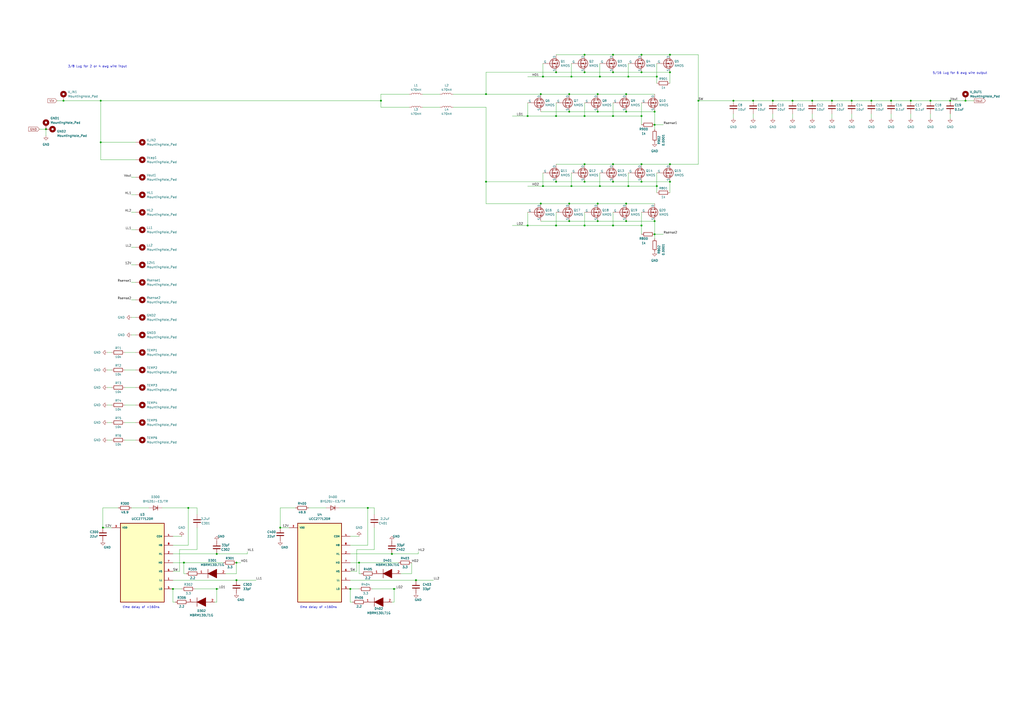
<source format=kicad_sch>
(kicad_sch (version 20230121) (generator eeschema)
  (paper "A2")
  (junction (at 137.16 326.39))
  (junction (at 355.6 130.81))
  (junction (at 339.09 105.41))
  (junction (at 482.6 58.42))
  (junction (at 364.49 44.45))
  (junction (at 100.33 341.63))
  (junction (at 203.2 341.63))
  (junction (at 339.09 41.91))
  (junction (at 363.22 128.27))
  (junction (at 322.58 41.91))
  (junction (at 379.73 128.27))
  (junction (at 306.07 130.81))
  (junction (at 388.62 41.91))
  (junction (at 330.2 64.77))
  (junction (at 26.67 74.93))
  (junction (at 363.22 54.61))
  (junction (at 331.47 44.45))
  (junction (at 339.09 130.81))
  (junction (at 381 44.45))
  (junction (at 339.09 67.31))
  (junction (at 59.69 306.07))
  (junction (at 346.71 54.61))
  (junction (at 322.58 105.41))
  (junction (at 313.69 118.11))
  (junction (at 388.62 105.41))
  (junction (at 227.33 321.31))
  (junction (at 330.2 128.27))
  (junction (at 372.11 130.81))
  (junction (at 405.13 58.42))
  (junction (at 58.42 58.42))
  (junction (at 372.11 105.41))
  (junction (at 220.98 58.42))
  (junction (at 363.22 118.11))
  (junction (at 125.73 321.31))
  (junction (at 106.68 326.39))
  (junction (at 330.2 54.61))
  (junction (at 379.73 135.89))
  (junction (at 560.07 58.42))
  (junction (at 347.98 107.95))
  (junction (at 346.71 118.11))
  (junction (at 162.56 306.07))
  (junction (at 331.47 107.95))
  (junction (at 471.17 58.42))
  (junction (at 306.07 67.31))
  (junction (at 355.6 67.31))
  (junction (at 372.11 95.25))
  (junction (at 58.42 82.55))
  (junction (at 314.96 44.45))
  (junction (at 314.96 107.95))
  (junction (at 241.3 336.55))
  (junction (at 322.58 130.81))
  (junction (at 372.11 41.91))
  (junction (at 125.73 341.63))
  (junction (at 528.32 58.42))
  (junction (at 459.74 58.42))
  (junction (at 505.46 58.42))
  (junction (at 281.94 54.61))
  (junction (at 346.71 64.77))
  (junction (at 372.11 31.75))
  (junction (at 379.73 64.77))
  (junction (at 355.6 31.75))
  (junction (at 539.75 58.42))
  (junction (at 494.03 58.42))
  (junction (at 355.6 95.25))
  (junction (at 388.62 31.75))
  (junction (at 372.11 67.31))
  (junction (at 436.88 58.42))
  (junction (at 213.36 294.64))
  (junction (at 330.2 118.11))
  (junction (at 363.22 64.77))
  (junction (at 355.6 105.41))
  (junction (at 388.62 95.25))
  (junction (at 137.16 336.55))
  (junction (at 379.73 72.39))
  (junction (at 313.69 54.61))
  (junction (at 281.94 105.41))
  (junction (at 208.28 326.39))
  (junction (at 364.49 107.95))
  (junction (at 551.18 58.42))
  (junction (at 228.6 341.63))
  (junction (at 381 107.95))
  (junction (at 339.09 95.25))
  (junction (at 339.09 31.75))
  (junction (at 425.45 58.42))
  (junction (at 448.31 58.42))
  (junction (at 346.71 128.27))
  (junction (at 109.22 294.64))
  (junction (at 36.83 58.42))
  (junction (at 347.98 44.45))
  (junction (at 322.58 67.31))
  (junction (at 516.89 58.42))
  (junction (at 355.6 41.91))
  (wire (pts (xy 379.73 135.89) (xy 379.73 138.43)))
  (wire (pts (xy 36.83 58.42) (xy 58.42 58.42)))
  (wire (pts (xy 297.18 130.81) (xy 306.07 130.81)))
  (wire (pts (xy 355.6 130.81) (xy 372.11 130.81)))
  (wire (pts (xy 72.39 224.79) (xy 78.74 224.79)))
  (wire (pts (xy 355.6 41.91) (xy 372.11 41.91)))
  (wire (pts (xy 281.94 105.41) (xy 322.58 105.41)))
  (wire (pts (xy 231.14 326.39) (xy 208.28 326.39)))
  (wire (pts (xy 220.98 58.42) (xy 220.98 62.23)))
  (wire (pts (xy 76.2 143.51) (xy 78.74 143.51)))
  (wire (pts (xy 372.11 41.91) (xy 388.62 41.91)))
  (wire (pts (xy 64.77 224.79) (xy 62.23 224.79)))
  (wire (pts (xy 372.11 135.89) (xy 372.11 130.81)))
  (wire (pts (xy 113.03 341.63) (xy 125.73 341.63)))
  (wire (pts (xy 100.33 336.55) (xy 137.16 336.55)))
  (wire (pts (xy 436.88 58.42) (xy 425.45 58.42)))
  (wire (pts (xy 322.58 41.91) (xy 339.09 41.91)))
  (wire (pts (xy 339.09 123.19) (xy 339.09 130.81)))
  (wire (pts (xy 217.17 318.77) (xy 207.01 318.77)))
  (wire (pts (xy 76.2 184.15) (xy 78.74 184.15)))
  (wire (pts (xy 208.28 326.39) (xy 208.28 332.74)))
  (wire (pts (xy 313.69 64.77) (xy 330.2 64.77)))
  (wire (pts (xy 106.68 326.39) (xy 100.33 326.39)))
  (wire (pts (xy 208.28 326.39) (xy 203.2 326.39)))
  (wire (pts (xy 372.11 59.69) (xy 372.11 67.31)))
  (wire (pts (xy 459.74 66.04) (xy 459.74 68.58)))
  (wire (pts (xy 313.69 128.27) (xy 330.2 128.27)))
  (wire (pts (xy 364.49 100.33) (xy 364.49 107.95)))
  (wire (pts (xy 208.28 341.63) (xy 203.2 341.63)))
  (wire (pts (xy 137.16 326.39) (xy 137.16 332.74)))
  (wire (pts (xy 363.22 54.61) (xy 379.73 54.61)))
  (wire (pts (xy 330.2 118.11) (xy 346.71 118.11)))
  (wire (pts (xy 93.98 294.64) (xy 109.22 294.64)))
  (wire (pts (xy 72.39 234.95) (xy 78.74 234.95)))
  (wire (pts (xy 330.2 54.61) (xy 346.71 54.61)))
  (wire (pts (xy 306.07 44.45) (xy 314.96 44.45)))
  (wire (pts (xy 242.57 320.04) (xy 242.57 321.31)))
  (wire (pts (xy 76.2 153.67) (xy 78.74 153.67)))
  (wire (pts (xy 245.11 54.61) (xy 255.27 54.61)))
  (wire (pts (xy 346.71 54.61) (xy 363.22 54.61)))
  (wire (pts (xy 306.07 59.69) (xy 306.07 67.31)))
  (wire (pts (xy 238.76 332.74) (xy 232.41 332.74)))
  (wire (pts (xy 125.73 341.63) (xy 125.73 349.25)))
  (wire (pts (xy 143.51 320.04) (xy 143.51 321.31)))
  (wire (pts (xy 162.56 294.64) (xy 162.56 306.07)))
  (wire (pts (xy 228.6 341.63) (xy 228.6 349.25)))
  (wire (pts (xy 372.11 95.25) (xy 388.62 95.25)))
  (wire (pts (xy 107.95 332.74) (xy 106.68 332.74)))
  (wire (pts (xy 76.2 133.35) (xy 78.74 133.35)))
  (wire (pts (xy 209.55 332.74) (xy 208.28 332.74)))
  (wire (pts (xy 516.89 58.42) (xy 528.32 58.42)))
  (wire (pts (xy 322.58 67.31) (xy 339.09 67.31)))
  (wire (pts (xy 306.07 107.95) (xy 314.96 107.95)))
  (wire (pts (xy 137.16 326.39) (xy 139.7 326.39)))
  (wire (pts (xy 137.16 336.55) (xy 148.59 336.55)))
  (wire (pts (xy 104.14 318.77) (xy 104.14 331.47)))
  (wire (pts (xy 551.18 58.42) (xy 560.07 58.42)))
  (wire (pts (xy 125.73 321.31) (xy 143.51 321.31)))
  (wire (pts (xy 388.62 105.41) (xy 388.62 111.76)))
  (wire (pts (xy 381 36.83) (xy 381 44.45)))
  (wire (pts (xy 372.11 105.41) (xy 388.62 105.41)))
  (wire (pts (xy 388.62 31.75) (xy 405.13 31.75)))
  (wire (pts (xy 109.22 316.23) (xy 100.33 316.23)))
  (wire (pts (xy 331.47 100.33) (xy 331.47 107.95)))
  (wire (pts (xy 64.77 214.63) (xy 62.23 214.63)))
  (wire (pts (xy 355.6 31.75) (xy 372.11 31.75)))
  (wire (pts (xy 339.09 95.25) (xy 355.6 95.25)))
  (wire (pts (xy 494.03 66.04) (xy 494.03 68.58)))
  (wire (pts (xy 322.58 31.75) (xy 339.09 31.75)))
  (wire (pts (xy 330.2 128.27) (xy 346.71 128.27)))
  (wire (pts (xy 76.2 102.87) (xy 78.74 102.87)))
  (wire (pts (xy 505.46 66.04) (xy 505.46 68.58)))
  (wire (pts (xy 539.75 66.04) (xy 539.75 68.58)))
  (wire (pts (xy 346.71 118.11) (xy 363.22 118.11)))
  (wire (pts (xy 331.47 107.95) (xy 347.98 107.95)))
  (wire (pts (xy 262.89 54.61) (xy 281.94 54.61)))
  (wire (pts (xy 381 44.45) (xy 381 48.26)))
  (wire (pts (xy 59.69 306.07) (xy 64.77 306.07)))
  (wire (pts (xy 137.16 332.74) (xy 130.81 332.74)))
  (wire (pts (xy 237.49 54.61) (xy 220.98 54.61)))
  (wire (pts (xy 72.39 255.27) (xy 78.74 255.27)))
  (wire (pts (xy 109.22 294.64) (xy 114.3 294.64)))
  (wire (pts (xy 196.85 294.64) (xy 213.36 294.64)))
  (wire (pts (xy 64.77 255.27) (xy 62.23 255.27)))
  (wire (pts (xy 482.6 58.42) (xy 471.17 58.42)))
  (wire (pts (xy 58.42 82.55) (xy 78.74 82.55)))
  (wire (pts (xy 528.32 58.42) (xy 539.75 58.42)))
  (wire (pts (xy 76.2 173.99) (xy 78.74 173.99)))
  (wire (pts (xy 203.2 321.31) (xy 227.33 321.31)))
  (wire (pts (xy 379.73 64.77) (xy 379.73 72.39)))
  (wire (pts (xy 124.46 349.25) (xy 125.73 349.25)))
  (wire (pts (xy 363.22 64.77) (xy 379.73 64.77)))
  (wire (pts (xy 227.33 349.25) (xy 228.6 349.25)))
  (wire (pts (xy 105.41 341.63) (xy 100.33 341.63)))
  (wire (pts (xy 281.94 54.61) (xy 313.69 54.61)))
  (wire (pts (xy 347.98 44.45) (xy 364.49 44.45)))
  (wire (pts (xy 494.03 58.42) (xy 505.46 58.42)))
  (wire (pts (xy 355.6 105.41) (xy 372.11 105.41)))
  (wire (pts (xy 64.77 245.11) (xy 62.23 245.11)))
  (wire (pts (xy 72.39 204.47) (xy 78.74 204.47)))
  (wire (pts (xy 26.67 74.93) (xy 26.67 78.74)))
  (wire (pts (xy 281.94 41.91) (xy 281.94 54.61)))
  (wire (pts (xy 106.68 326.39) (xy 106.68 332.74)))
  (wire (pts (xy 33.02 58.42) (xy 36.83 58.42)))
  (wire (pts (xy 339.09 41.91) (xy 355.6 41.91)))
  (wire (pts (xy 100.33 331.47) (xy 104.14 331.47)))
  (wire (pts (xy 388.62 41.91) (xy 388.62 48.26)))
  (wire (pts (xy 363.22 118.11) (xy 379.73 118.11)))
  (wire (pts (xy 238.76 326.39) (xy 238.76 332.74)))
  (wire (pts (xy 339.09 130.81) (xy 355.6 130.81)))
  (wire (pts (xy 314.96 36.83) (xy 314.96 44.45)))
  (wire (pts (xy 363.22 128.27) (xy 379.73 128.27)))
  (wire (pts (xy 381 107.95) (xy 381 111.76)))
  (wire (pts (xy 551.18 66.04) (xy 551.18 68.58)))
  (wire (pts (xy 322.58 123.19) (xy 322.58 130.81)))
  (wire (pts (xy 355.6 123.19) (xy 355.6 130.81)))
  (wire (pts (xy 339.09 67.31) (xy 355.6 67.31)))
  (wire (pts (xy 127 341.63) (xy 125.73 341.63)))
  (wire (pts (xy 372.11 130.81) (xy 372.11 123.19)))
  (wire (pts (xy 331.47 44.45) (xy 347.98 44.45)))
  (wire (pts (xy 227.33 321.31) (xy 242.57 321.31)))
  (wire (pts (xy 355.6 59.69) (xy 355.6 67.31)))
  (wire (pts (xy 539.75 58.42) (xy 551.18 58.42)))
  (wire (pts (xy 448.31 58.42) (xy 436.88 58.42)))
  (wire (pts (xy 314.96 100.33) (xy 314.96 107.95)))
  (wire (pts (xy 405.13 58.42) (xy 425.45 58.42)))
  (wire (pts (xy 109.22 294.64) (xy 109.22 316.23)))
  (wire (pts (xy 207.01 318.77) (xy 207.01 331.47)))
  (wire (pts (xy 72.39 245.11) (xy 78.74 245.11)))
  (wire (pts (xy 405.13 58.42) (xy 405.13 95.25)))
  (wire (pts (xy 339.09 105.41) (xy 355.6 105.41)))
  (wire (pts (xy 381 107.95) (xy 381 100.33)))
  (wire (pts (xy 114.3 294.64) (xy 114.3 298.45)))
  (wire (pts (xy 372.11 72.39) (xy 372.11 67.31)))
  (wire (pts (xy 64.77 234.95) (xy 62.23 234.95)))
  (wire (pts (xy 171.45 294.64) (xy 162.56 294.64)))
  (wire (pts (xy 203.2 336.55) (xy 241.3 336.55)))
  (wire (pts (xy 560.07 58.42) (xy 565.15 58.42)))
  (wire (pts (xy 471.17 66.04) (xy 471.17 68.58)))
  (wire (pts (xy 281.94 118.11) (xy 281.94 105.41)))
  (wire (pts (xy 379.73 72.39) (xy 379.73 74.93)))
  (wire (pts (xy 114.3 306.07) (xy 114.3 318.77)))
  (wire (pts (xy 339.09 31.75) (xy 355.6 31.75)))
  (wire (pts (xy 494.03 58.42) (xy 482.6 58.42)))
  (wire (pts (xy 162.56 306.07) (xy 167.64 306.07)))
  (wire (pts (xy 281.94 118.11) (xy 313.69 118.11)))
  (wire (pts (xy 322.58 95.25) (xy 339.09 95.25)))
  (wire (pts (xy 516.89 66.04) (xy 516.89 68.58)))
  (wire (pts (xy 100.33 321.31) (xy 125.73 321.31)))
  (wire (pts (xy 448.31 66.04) (xy 448.31 68.58)))
  (wire (pts (xy 76.2 194.31) (xy 78.74 194.31)))
  (wire (pts (xy 322.58 105.41) (xy 339.09 105.41)))
  (wire (pts (xy 322.58 130.81) (xy 339.09 130.81)))
  (wire (pts (xy 215.9 341.63) (xy 228.6 341.63)))
  (wire (pts (xy 58.42 58.42) (xy 58.42 82.55)))
  (wire (pts (xy 76.2 163.83) (xy 78.74 163.83)))
  (wire (pts (xy 229.87 341.63) (xy 228.6 341.63)))
  (wire (pts (xy 346.71 64.77) (xy 363.22 64.77)))
  (wire (pts (xy 471.17 58.42) (xy 459.74 58.42)))
  (wire (pts (xy 59.69 294.64) (xy 59.69 306.07)))
  (wire (pts (xy 482.6 66.04) (xy 482.6 68.58)))
  (wire (pts (xy 262.89 62.23) (xy 281.94 62.23)))
  (wire (pts (xy 245.11 62.23) (xy 255.27 62.23)))
  (wire (pts (xy 364.49 36.83) (xy 364.49 44.45)))
  (wire (pts (xy 364.49 107.95) (xy 381 107.95)))
  (wire (pts (xy 213.36 294.64) (xy 217.17 294.64)))
  (wire (pts (xy 355.6 95.25) (xy 372.11 95.25)))
  (wire (pts (xy 76.2 113.03) (xy 78.74 113.03)))
  (wire (pts (xy 281.94 41.91) (xy 322.58 41.91)))
  (wire (pts (xy 237.49 62.23) (xy 220.98 62.23)))
  (wire (pts (xy 314.96 44.45) (xy 331.47 44.45)))
  (wire (pts (xy 241.3 336.55) (xy 251.46 336.55)))
  (wire (pts (xy 347.98 36.83) (xy 347.98 44.45)))
  (wire (pts (xy 100.33 349.25) (xy 100.33 341.63)))
  (wire (pts (xy 405.13 31.75) (xy 405.13 58.42)))
  (wire (pts (xy 379.73 72.39) (xy 384.81 72.39)))
  (wire (pts (xy 217.17 294.64) (xy 217.17 298.45)))
  (wire (pts (xy 281.94 62.23) (xy 281.94 105.41)))
  (wire (pts (xy 58.42 58.42) (xy 220.98 58.42)))
  (wire (pts (xy 203.2 349.25) (xy 203.2 341.63)))
  (wire (pts (xy 68.58 294.64) (xy 59.69 294.64)))
  (wire (pts (xy 72.39 214.63) (xy 78.74 214.63)))
  (wire (pts (xy 297.18 67.31) (xy 306.07 67.31)))
  (wire (pts (xy 22.86 74.93) (xy 26.67 74.93)))
  (wire (pts (xy 314.96 107.95) (xy 331.47 107.95)))
  (wire (pts (xy 436.88 66.04) (xy 436.88 68.58)))
  (wire (pts (xy 313.69 118.11) (xy 330.2 118.11)))
  (wire (pts (xy 331.47 36.83) (xy 331.47 44.45)))
  (wire (pts (xy 179.07 294.64) (xy 189.23 294.64)))
  (wire (pts (xy 322.58 59.69) (xy 322.58 67.31)))
  (wire (pts (xy 208.28 311.15) (xy 203.2 311.15)))
  (wire (pts (xy 76.2 123.19) (xy 78.74 123.19)))
  (wire (pts (xy 388.62 95.25) (xy 405.13 95.25)))
  (wire (pts (xy 425.45 66.04) (xy 425.45 68.58)))
  (wire (pts (xy 76.2 294.64) (xy 86.36 294.64)))
  (wire (pts (xy 114.3 318.77) (xy 104.14 318.77)))
  (wire (pts (xy 330.2 64.77) (xy 346.71 64.77)))
  (wire (pts (xy 58.42 92.71) (xy 78.74 92.71)))
  (wire (pts (xy 213.36 294.64) (xy 213.36 316.23)))
  (wire (pts (xy 306.07 130.81) (xy 322.58 130.81)))
  (wire (pts (xy 58.42 82.55) (xy 58.42 92.71)))
  (wire (pts (xy 372.11 31.75) (xy 388.62 31.75)))
  (wire (pts (xy 220.98 54.61) (xy 220.98 58.42)))
  (wire (pts (xy 346.71 128.27) (xy 363.22 128.27)))
  (wire (pts (xy 347.98 100.33) (xy 347.98 107.95)))
  (wire (pts (xy 339.09 59.69) (xy 339.09 67.31)))
  (wire (pts (xy 217.17 306.07) (xy 217.17 318.77)))
  (wire (pts (xy 528.32 66.04) (xy 528.32 68.58)))
  (wire (pts (xy 355.6 67.31) (xy 372.11 67.31)))
  (wire (pts (xy 101.6 349.25) (xy 100.33 349.25)))
  (wire (pts (xy 203.2 331.47) (xy 207.01 331.47)))
  (wire (pts (xy 204.47 349.25) (xy 203.2 349.25)))
  (wire (pts (xy 379.73 135.89) (xy 384.81 135.89)))
  (wire (pts (xy 459.74 58.42) (xy 448.31 58.42)))
  (wire (pts (xy 306.07 123.19) (xy 306.07 130.81)))
  (wire (pts (xy 313.69 54.61) (xy 330.2 54.61)))
  (wire (pts (xy 213.36 316.23) (xy 203.2 316.23)))
  (wire (pts (xy 129.54 326.39) (xy 106.68 326.39)))
  (wire (pts (xy 306.07 67.31) (xy 322.58 67.31)))
  (wire (pts (xy 505.46 58.42) (xy 516.89 58.42)))
  (wire (pts (xy 347.98 107.95) (xy 364.49 107.95)))
  (wire (pts (xy 379.73 128.27) (xy 379.73 135.89)))
  (wire (pts (xy 364.49 44.45) (xy 381 44.45)))
  (wire (pts (xy 64.77 204.47) (xy 62.23 204.47)))
  (wire (pts (xy 105.41 311.15) (xy 100.33 311.15)))
  (text "3/8 Lug for 2 or 4 awg wire input" (at 39.37 39.37 0) (effects (font (size 1.27 1.27)) (justify left bottom)))
  (text "time delay of <160ns" (at 71.12 353.06 0) (effects (font (size 1.27 1.27)) (justify left bottom)))
  (text "5/16 Lug for 6 awg wire output" (at 541.02 43.18 0) (effects (font (size 1.27 1.27)) (justify left bottom)))
  (text "time delay of <160ns" (at 173.99 353.06 0) (effects (font (size 1.27 1.27)) (justify left bottom)))
  (label "SW" (at 100.33 331.47 0))
  (label "LL1" (at 76.2 133.35 180))
  (label "LO2" (at 299.72 130.81 0))
  (label "Rsense1" (at 76.2 163.83 180))
  (label "HO2" (at 308.61 107.95 0))
  (label "HL2" (at 76.2 123.19 180))
  (label "LO1" (at 127 341.63 0))
  (label "LO1" (at 299.72 67.31 0))
  (label "Vout" (at 76.2 102.87 180))
  (label "HO2" (at 238.76 326.39 0))
  (label "SW" (at 405.13 58.42 0))
  (label "HL1" (at 76.2 113.03 180))
  (label "HO1" (at 308.61 44.45 0))
  (label "LO2" (at 229.87 341.63 0))
  (label "12V" (at 163.83 306.07 0))
  (label "HO1" (at 139.7 326.39 0))
  (label "LL2" (at 76.2 143.51 180))
  (label "12V" (at 60.96 306.07 0))
  (label "Rsense2" (at 384.81 135.89 0))
  (label "HL1" (at 143.51 320.04 0))
  (label "12V" (at 76.2 153.67 180))
  (label "Rsense2" (at 76.2 173.99 180))
  (label "LL2" (at 251.46 336.55 0))
  (label "LL1" (at 148.59 336.55 0))
  (label "Rsense1" (at 384.81 72.39 0))
  (label "Vout" (at 551.18 58.42 0))
  (label "HL2" (at 242.57 320.04 0))
  (label "SW" (at 203.2 331.47 0))
  (global_label "Vout" (shape output) (at 565.15 58.42 0) (property "Intersheetrefs" "${INTERSHEET_REFS}" (effects hide)))
  (global_label "GND" (shape input) (at 22.86 74.93 180) (property "Intersheetrefs" "${INTERSHEET_REFS}" (effects hide)))
  (global_label "Vin" (shape input) (at 33.02 58.42 180) (property "Intersheetrefs" "${INTERSHEET_REFS}" (effects hide)))
  (symbol (lib_id "power:GND") (at 528.32 68.58 0) (unit 1)
    (property "Reference" "#PWR022" (effects hide))
    (property "Value" "GND" (at 528.32 73.66 0))
  )
  (symbol (lib_id "Device:R") (at 379.73 142.24 0) (unit 1)
    (property "Reference" "R802" (at 382.27 144.78 90))
    (property "Value" "0.0001" (at 384.81 144.78 90))
    (property "Footprint" "SnapEDA Library:PSR500HTQFB0L10" (effects hide))
  )
  (symbol (lib_id "UCC27712DR:UCC27712DR") (at 82.55 326.39 0) (mirror y) (unit 1)
    (property "Reference" "U3" (at 82.55 298.45 0))
    (property "Value" "UCC27712DR" (at 82.55 300.99 0))
    (property "Footprint" "SnapEDA Library:SOIC127P599X175-8N" (effects hide))
  )
  (symbol (lib_id "MBRM130LT1G:MBRM130LT1G") (at 115.57 332.74 0) (unit 1)
    (property "Reference" "D301" (at 123.19 325.12 0))
    (property "Value" "MBRM130LT1G" (at 123.19 327.66 0))
    (property "Footprint" "SnapEDA Library:MBRM130LT1G" (effects hide))
    (property "Datasheet" "http://www.onsemi.com/pub/Collateral/MBRM130L-D.PDF" (effects hide))
    (property "Manufacturer_Name" "onsemi" (effects hide))
    (property "Manufacturer_Part_Number" "MBRM130LT1G" (effects hide))
    (property "Mouser Part Number" "863-MBRM130LT1G" (effects hide))
    (property "Mouser Price/Stock" "https://www.mouser.co.uk/ProductDetail/onsemi/MBRM130LT1G?qs=3JMERSakebrXPEmSbT3BNg%3D%3D" (effects hide))
    (property "Arrow Part Number" "MBRM130LT1G" (effects hide))
    (property "Arrow Price/Stock" "https://www.arrow.com/en/products/mbrm130lt1g/on-semiconductor?region=europe" (effects hide))
  )
  (symbol (lib_id "Mechanical:MountingHole_Pad") (at 81.28 133.35 270) (unit 1)
    (property "Reference" "LL1" (at 85.09 132.08 90) (effects (justify left)))
    (property "Value" "MountingHole_Pad" (at 85.09 134.62 90) (effects (justify left)))
    (property "Footprint" "TestPoint:TestPoint_THTPad_D2.5mm_Drill1.2mm" (effects hide))
  )
  (symbol (lib_id "Device:R") (at 234.95 326.39 270) (unit 1)
    (property "Reference" "R403" (at 234.95 323.85 90))
    (property "Value" "3.3" (at 234.95 328.93 90))
    (property "Footprint" "Resistor_SMD:R_1206_3216Metric_Pad1.30x1.75mm_HandSolder" (effects hide))
  )
  (symbol (lib_id "power:GND") (at 425.45 68.58 0) (unit 1)
    (property "Reference" "#PWR013" (effects hide))
    (property "Value" "GND" (at 425.45 73.66 0))
  )
  (symbol (lib_id "power:GND") (at 551.18 68.58 0) (unit 1)
    (property "Reference" "#PWR024" (effects hide))
    (property "Value" "GND" (at 551.18 73.66 0))
  )
  (symbol (lib_id "Simulation_SPICE:NMOS") (at 327.66 59.69 0) (unit 1)
    (property "Reference" "Q7" (at 332.74 58.42 0) (effects (justify left)))
    (property "Value" "NMOS" (at 332.74 60.96 0) (effects (justify left)))
    (property "Footprint" "SnapEDA Library:TO-220-3_Horizontal_TabDown no hole" (effects hide))
    (property "Datasheet" "https://www.mouser.com/datasheet/2/196/Infineon_IPP024N08NF2S_DataSheet_v02_00_EN-2399825.pdf" (effects hide))
    (property "Sim.Device" "NMOS" (effects hide))
    (property "Sim.Type" "VDMOS" (effects hide))
    (property "Sim.Pins" "1=G 2=D 3=S" (effects hide))
  )
  (symbol (lib_id "MBRM130LT1G:MBRM130LT1G") (at 109.22 349.25 0) (unit 1)
    (property "Reference" "D302" (at 116.84 354.33 0))
    (property "Value" "MBRM130LT1G" (at 116.84 356.87 0))
    (property "Footprint" "SnapEDA Library:MBRM130LT1G" (effects hide))
    (property "Datasheet" "http://www.onsemi.com/pub/Collateral/MBRM130L-D.PDF" (effects hide))
    (property "Manufacturer_Name" "onsemi" (effects hide))
    (property "Manufacturer_Part_Number" "MBRM130LT1G" (effects hide))
    (property "Mouser Part Number" "863-MBRM130LT1G" (effects hide))
    (property "Mouser Price/Stock" "https://www.mouser.co.uk/ProductDetail/onsemi/MBRM130LT1G?qs=3JMERSakebrXPEmSbT3BNg%3D%3D" (effects hide))
    (property "Arrow Part Number" "MBRM130LT1G" (effects hide))
    (property "Arrow Price/Stock" "https://www.arrow.com/en/products/mbrm130lt1g/on-semiconductor?region=europe" (effects hide))
  )
  (symbol (lib_id "power:GND") (at 105.41 311.15 180) (unit 1)
    (property "Reference" "#PWR03" (effects hide))
    (property "Value" "GND" (at 105.41 306.07 0))
  )
  (symbol (lib_id "MBRM130LT1G:MBRM130LT1G") (at 217.17 332.74 0) (unit 1)
    (property "Reference" "D401" (at 224.79 325.12 0))
    (property "Value" "MBRM130LT1G" (at 224.79 327.66 0))
    (property "Footprint" "SnapEDA Library:MBRM130LT1G" (effects hide))
    (property "Datasheet" "http://www.onsemi.com/pub/Collateral/MBRM130L-D.PDF" (effects hide))
    (property "Manufacturer_Name" "onsemi" (effects hide))
    (property "Manufacturer_Part_Number" "MBRM130LT1G" (effects hide))
    (property "Mouser Part Number" "863-MBRM130LT1G" (effects hide))
    (property "Mouser Price/Stock" "https://www.mouser.co.uk/ProductDetail/onsemi/MBRM130LT1G?qs=3JMERSakebrXPEmSbT3BNg%3D%3D" (effects hide))
    (property "Arrow Part Number" "MBRM130LT1G" (effects hide))
    (property "Arrow Price/Stock" "https://www.arrow.com/en/products/mbrm130lt1g/on-semiconductor?region=europe" (effects hide))
  )
  (symbol (lib_id "Mechanical:MountingHole_Pad") (at 81.28 82.55 270) (unit 1)
    (property "Reference" "V_IN2" (at 85.09 81.28 90) (effects (justify left)))
    (property "Value" "MountingHole_Pad" (at 85.09 83.82 90) (effects (justify left)))
    (property "Footprint" "TestPoint:TestPoint_THTPad_D2.5mm_Drill1.2mm" (effects hide))
  )
  (symbol (lib_id "Simulation_SPICE:NMOS") (at 360.68 123.19 0) (unit 1)
    (property "Reference" "Q19" (at 365.76 121.92 0) (effects (justify left)))
    (property "Value" "NMOS" (at 365.76 124.46 0) (effects (justify left)))
    (property "Footprint" "SnapEDA Library:TO-220-3_Horizontal_TabDown no hole" (effects hide))
    (property "Datasheet" "https://www.mouser.com/datasheet/2/196/Infineon_IPP024N08NF2S_DataSheet_v02_00_EN-2399825.pdf" (effects hide))
    (property "Sim.Device" "NMOS" (effects hide))
    (property "Sim.Type" "VDMOS" (effects hide))
    (property "Sim.Pins" "1=G 2=D 3=S" (effects hide))
  )
  (symbol (lib_id "Mechanical:MountingHole_Pad") (at 81.28 153.67 270) (unit 1)
    (property "Reference" "12V1" (at 85.09 152.4 90) (effects (justify left)))
    (property "Value" "MountingHole_Pad" (at 85.09 154.94 90) (effects (justify left)))
    (property "Footprint" "TestPoint:TestPoint_THTPad_D2.5mm_Drill1.2mm" (effects hide))
  )
  (symbol (lib_id "Device:D") (at 193.04 294.64 180) (unit 1)
    (property "Reference" "D400" (at 193.04 288.29 0))
    (property "Value" "BYG20J-E3/TR" (at 193.04 290.83 0))
    (property "Footprint" "Diode_SMD:D_SMA" (effects hide))
    (property "Sim.Device" "D" (effects hide))
    (property "Sim.Pins" "1=K 2=A" (effects hide))
  )
  (symbol (lib_id "Mechanical:MountingHole_Pad") (at 81.28 102.87 270) (unit 1)
    (property "Reference" "Vout1" (at 85.09 101.6 90) (effects (justify left)))
    (property "Value" "MountingHole_Pad" (at 85.09 104.14 90) (effects (justify left)))
    (property "Footprint" "TestPoint:TestPoint_THTPad_D2.5mm_Drill1.2mm" (effects hide))
  )
  (symbol (lib_id "Mechanical:MountingHole_Pad") (at 81.28 224.79 270) (unit 1)
    (property "Reference" "TEMP3" (at 85.09 223.52 90) (effects (justify left)))
    (property "Value" "MountingHole_Pad" (at 85.09 226.06 90) (effects (justify left)))
    (property "Footprint" "TestPoint:TestPoint_THTPad_D2.5mm_Drill1.2mm" (effects hide))
  )
  (symbol (lib_id "Device:L") (at 259.08 54.61 90) (unit 1)
    (property "Reference" "L2" (at 259.08 49.53 90))
    (property "Value" "470nH" (at 259.08 52.07 90))
    (property "Footprint" "SnapEDA Library:EDITED-IND_IHDM1107BBEVR47M20_VIS" (effects hide))
  )
  (symbol (lib_id "power:GND") (at 471.17 68.58 0) (unit 1)
    (property "Reference" "#PWR017" (effects hide))
    (property "Value" "GND" (at 471.17 73.66 0))
  )
  (symbol (lib_id "power:GND") (at 162.56 313.69 0) (unit 1)
    (property "Reference" "#PWR06" (effects hide))
    (property "Value" "GND" (at 165.1 317.5 0))
  )
  (symbol (lib_id "Mechanical:MountingHole_Pad") (at 81.28 184.15 270) (unit 1)
    (property "Reference" "GND2" (at 85.09 182.88 90) (effects (justify left)))
    (property "Value" "MountingHole_Pad" (at 85.09 185.42 90) (effects (justify left)))
    (property "Footprint" "TestPoint:TestPoint_THTPad_D2.5mm_Drill1.2mm" (effects hide))
  )
  (symbol (lib_id "Device:D") (at 90.17 294.64 180) (unit 1)
    (property "Reference" "D300" (at 90.17 288.29 0))
    (property "Value" "BYG20J-E3/TR" (at 90.17 290.83 0))
    (property "Footprint" "Diode_SMD:D_SMA" (effects hide))
    (property "Sim.Device" "D" (effects hide))
    (property "Sim.Pins" "1=K 2=A" (effects hide))
  )
  (symbol (lib_id "Device:R") (at 68.58 245.11 270) (mirror x) (unit 1)
    (property "Reference" "RT5" (at 68.58 242.57 90))
    (property "Value" "10k" (at 68.58 247.65 90))
    (property "Footprint" "Resistor_SMD:R_0603_1608Metric_Pad0.98x0.95mm_HandSolder" (effects hide))
    (property "Datasheet" "NTCG163JX103DT1S" (effects hide))
  )
  (symbol (lib_id "Device:R") (at 208.28 349.25 270) (unit 1)
    (property "Reference" "R406" (at 208.28 346.71 90))
    (property "Value" "2.2" (at 208.28 351.79 90))
    (property "Footprint" "Resistor_SMD:R_1206_3216Metric_Pad1.30x1.75mm_HandSolder" (effects hide))
  )
  (symbol (lib_id "Device:R") (at 72.39 294.64 270) (unit 1)
    (property "Reference" "R300" (at 72.39 292.1 90))
    (property "Value" "49.9" (at 72.39 297.18 90))
    (property "Footprint" "Resistor_SMD:R_1206_3216Metric_Pad1.30x1.75mm_HandSolder" (effects hide))
  )
  (symbol (lib_id "power:GND") (at 539.75 68.58 0) (unit 1)
    (property "Reference" "#PWR023" (effects hide))
    (property "Value" "GND" (at 539.75 73.66 0))
  )
  (symbol (lib_id "Device:C") (at 516.89 62.23 0) (unit 1)
    (property "Reference" "C16" (at 519.43 60.96 0) (effects (justify left)))
    (property "Value" "0.1uF" (at 519.43 63.5 0) (effects (justify left)))
    (property "Footprint" "Capacitor_SMD:C_1210_3225Metric_Pad1.33x2.70mm_HandSolder" (effects hide))
    (property "Datasheet" "https://product.tdk.com/system/files/dam/doc/product/capacitor/ceramic/mlcc/catalog/mlcc_commercial_midvoltage_en.pdf" (effects hide))
  )
  (symbol (lib_id "Device:C") (at 217.17 302.26 0) (unit 1)
    (property "Reference" "C401" (at 224.79 303.53 0) (effects (justify right)))
    (property "Value" "2.2uF" (at 226.06 300.99 0) (effects (justify right)))
    (property "Footprint" "Capacitor_SMD:C_1206_3216Metric_Pad1.33x1.80mm_HandSolder" (effects hide))
  )
  (symbol (lib_id "power:GND") (at 137.16 344.17 0) (unit 1)
    (property "Reference" "#PWR05" (effects hide))
    (property "Value" "GND" (at 139.7 347.98 0))
  )
  (symbol (lib_id "Simulation_SPICE:NMOS") (at 344.17 123.19 0) (unit 1)
    (property "Reference" "Q18" (at 349.25 121.92 0) (effects (justify left)))
    (property "Value" "NMOS" (at 349.25 124.46 0) (effects (justify left)))
    (property "Footprint" "SnapEDA Library:TO-220-3_Horizontal_TabDown no hole" (effects hide))
    (property "Datasheet" "https://www.mouser.com/datasheet/2/196/Infineon_IPP024N08NF2S_DataSheet_v02_00_EN-2399825.pdf" (effects hide))
    (property "Sim.Device" "NMOS" (effects hide))
    (property "Sim.Type" "VDMOS" (effects hide))
    (property "Sim.Pins" "1=G 2=D 3=S" (effects hide))
  )
  (symbol (lib_id "Mechanical:MountingHole_Pad") (at 560.07 55.88 0) (unit 1)
    (property "Reference" "V_OUT1" (at 562.61 53.34 0) (effects (justify left)))
    (property "Value" "MountingHole_Pad" (at 562.61 55.88 0) (effects (justify left)))
    (property "Footprint" "MountingHole:MountingHole_8.4mm_M8_Pad_TopBottom" (effects hide))
  )
  (symbol (lib_id "Device:R") (at 213.36 332.74 270) (unit 1)
    (property "Reference" "R405" (at 213.36 330.2 90))
    (property "Value" "2.2" (at 213.36 335.28 90))
    (property "Footprint" "Resistor_SMD:R_1206_3216Metric_Pad1.30x1.75mm_HandSolder" (effects hide))
  )
  (symbol (lib_id "Simulation_SPICE:NMOS") (at 386.08 36.83 0) (unit 1)
    (property "Reference" "Q5" (at 391.16 35.56 0) (effects (justify left)))
    (property "Value" "NMOS" (at 391.16 38.1 0) (effects (justify left)))
    (property "Footprint" "SnapEDA Library:TO-220-3_Horizontal_TabDown no hole" (effects hide))
    (property "Datasheet" "https://www.mouser.com/datasheet/2/196/Infineon_IPP024N08NF2S_DataSheet_v02_00_EN-2399825.pdf" (effects hide))
    (property "Sim.Device" "NMOS" (effects hide))
    (property "Sim.Type" "VDMOS" (effects hide))
    (property "Sim.Pins" "1=G 2=D 3=S" (effects hide))
  )
  (symbol (lib_id "Mechanical:MountingHole_Pad") (at 81.28 255.27 270) (unit 1)
    (property "Reference" "TEMP6" (at 85.09 254 90) (effects (justify left)))
    (property "Value" "MountingHole_Pad" (at 85.09 256.54 90) (effects (justify left)))
    (property "Footprint" "TestPoint:TestPoint_THTPad_D2.5mm_Drill1.2mm" (effects hide))
  )
  (symbol (lib_id "Simulation_SPICE:NMOS") (at 386.08 100.33 0) (unit 1)
    (property "Reference" "Q15" (at 391.16 99.06 0) (effects (justify left)))
    (property "Value" "NMOS" (at 391.16 101.6 0) (effects (justify left)))
    (property "Footprint" "SnapEDA Library:TO-220-3_Horizontal_TabDown no hole" (effects hide))
    (property "Datasheet" "https://www.mouser.com/datasheet/2/196/Infineon_IPP024N08NF2S_DataSheet_v02_00_EN-2399825.pdf" (effects hide))
    (property "Sim.Device" "NMOS" (effects hide))
    (property "Sim.Type" "VDMOS" (effects hide))
    (property "Sim.Pins" "1=G 2=D 3=S" (effects hide))
  )
  (symbol (lib_id "Device:C") (at 59.69 309.88 180) (unit 1)
    (property "Reference" "C300" (at 52.07 308.61 0) (effects (justify right)))
    (property "Value" "22uF" (at 52.07 311.15 0) (effects (justify right)))
    (property "Footprint" "Capacitor_SMD:C_1206_3216Metric_Pad1.33x1.80mm_HandSolder" (effects hide))
  )
  (symbol (lib_id "power:GND") (at 379.73 82.55 0) (unit 1)
    (property "Reference" "#PWR010" (effects hide))
    (property "Value" "GND" (at 379.73 87.63 0))
  )
  (symbol (lib_id "power:GND") (at 62.23 255.27 270) (mirror x) (unit 1)
    (property "Reference" "#PWR032" (effects hide))
    (property "Value" "GND" (at 58.42 255.27 90) (effects (justify right)))
  )
  (symbol (lib_id "Simulation_SPICE:NMOS") (at 311.15 59.69 0) (unit 1)
    (property "Reference" "Q6" (at 316.23 58.42 0) (effects (justify left)))
    (property "Value" "NMOS" (at 316.23 60.96 0) (effects (justify left)))
    (property "Footprint" "SnapEDA Library:TO-220-3_Horizontal_TabDown no hole" (effects hide))
    (property "Datasheet" "https://www.mouser.com/datasheet/2/196/Infineon_IPP024N08NF2S_DataSheet_v02_00_EN-2399825.pdf" (effects hide))
    (property "Sim.Device" "NMOS" (effects hide))
    (property "Sim.Type" "VDMOS" (effects hide))
    (property "Sim.Pins" "1=G 2=D 3=S" (effects hide))
  )
  (symbol (lib_id "Device:C") (at 448.31 62.23 0) (unit 1)
    (property "Reference" "C10" (at 450.85 60.96 0) (effects (justify left)))
    (property "Value" "10uF" (at 450.85 63.5 0) (effects (justify left)))
    (property "Footprint" "Capacitor_SMD:C_1210_3225Metric_Pad1.33x2.70mm_HandSolder" (effects hide))
    (property "Datasheet" "https://product.tdk.com/system/files/dam/doc/product/capacitor/ceramic/mlcc/catalog/mlcc_commercial_midvoltage_en.pdf" (effects hide))
  )
  (symbol (lib_id "Mechanical:MountingHole_Pad") (at 81.28 163.83 270) (unit 1)
    (property "Reference" "Rsense1" (at 85.09 162.56 90) (effects (justify left)))
    (property "Value" "MountingHole_Pad" (at 85.09 165.1 90) (effects (justify left)))
    (property "Footprint" "TestPoint:TestPoint_THTPad_D2.5mm_Drill1.2mm" (effects hide))
  )
  (symbol (lib_id "Simulation_SPICE:NMOS") (at 327.66 123.19 0) (unit 1)
    (property "Reference" "Q17" (at 332.74 121.92 0) (effects (justify left)))
    (property "Value" "NMOS" (at 332.74 124.46 0) (effects (justify left)))
    (property "Footprint" "SnapEDA Library:TO-220-3_Horizontal_TabDown no hole" (effects hide))
    (property "Datasheet" "https://www.mouser.com/datasheet/2/196/Infineon_IPP024N08NF2S_DataSheet_v02_00_EN-2399825.pdf" (effects hide))
    (property "Sim.Device" "NMOS" (effects hide))
    (property "Sim.Type" "VDMOS" (effects hide))
    (property "Sim.Pins" "1=G 2=D 3=S" (effects hide))
  )
  (symbol (lib_id "Simulation_SPICE:NMOS") (at 344.17 59.69 0) (unit 1)
    (property "Reference" "Q8" (at 349.25 58.42 0) (effects (justify left)))
    (property "Value" "NMOS" (at 349.25 60.96 0) (effects (justify left)))
    (property "Footprint" "SnapEDA Library:TO-220-3_Horizontal_TabDown no hole" (effects hide))
    (property "Datasheet" "https://www.mouser.com/datasheet/2/196/Infineon_IPP024N08NF2S_DataSheet_v02_00_EN-2399825.pdf" (effects hide))
    (property "Sim.Device" "NMOS" (effects hide))
    (property "Sim.Type" "VDMOS" (effects hide))
    (property "Sim.Pins" "1=G 2=D 3=S" (effects hide))
  )
  (symbol (lib_id "power:GND") (at 241.3 344.17 0) (unit 1)
    (property "Reference" "#PWR09" (effects hide))
    (property "Value" "GND" (at 242.57 347.98 0))
  )
  (symbol (lib_id "Mechanical:MountingHole_Pad") (at 81.28 245.11 270) (unit 1)
    (property "Reference" "TEMP5" (at 85.09 243.84 90) (effects (justify left)))
    (property "Value" "MountingHole_Pad" (at 85.09 246.38 90) (effects (justify left)))
    (property "Footprint" "TestPoint:TestPoint_THTPad_D2.5mm_Drill1.2mm" (effects hide))
  )
  (symbol (lib_id "Device:R") (at 384.81 111.76 270) (unit 1)
    (property "Reference" "R801" (at 384.81 109.22 90))
    (property "Value" "1k" (at 384.81 114.3 90))
    (property "Footprint" "Resistor_SMD:R_1206_3216Metric_Pad1.30x1.75mm_HandSolder" (effects hide))
  )
  (symbol (lib_id "Device:C") (at 162.56 309.88 180) (unit 1)
    (property "Reference" "C400" (at 154.94 308.61 0) (effects (justify right)))
    (property "Value" "22uF" (at 154.94 311.15 0) (effects (justify right)))
    (property "Footprint" "Capacitor_SMD:C_1206_3216Metric_Pad1.33x1.80mm_HandSolder" (effects hide))
  )
  (symbol (lib_id "power:GND") (at 436.88 68.58 0) (unit 1)
    (property "Reference" "#PWR014" (effects hide))
    (property "Value" "GND" (at 436.88 73.66 0))
  )
  (symbol (lib_id "Device:C") (at 436.88 62.23 0) (unit 1)
    (property "Reference" "C9" (at 439.42 60.96 0) (effects (justify left)))
    (property "Value" "10uF" (at 439.42 63.5 0) (effects (justify left)))
    (property "Footprint" "Capacitor_SMD:C_1210_3225Metric_Pad1.33x2.70mm_HandSolder" (effects hide))
    (property "Datasheet" "https://product.tdk.com/system/files/dam/doc/product/capacitor/ceramic/mlcc/catalog/mlcc_commercial_midvoltage_en.pdf" (effects hide))
  )
  (symbol (lib_id "Simulation_SPICE:NMOS") (at 353.06 100.33 0) (unit 1)
    (property "Reference" "Q13" (at 358.14 99.06 0) (effects (justify left)))
    (property "Value" "NMOS" (at 358.14 101.6 0) (effects (justify left)))
    (property "Footprint" "SnapEDA Library:TO-220-3_Horizontal_TabDown no hole" (effects hide))
    (property "Datasheet" "https://www.mouser.com/datasheet/2/196/Infineon_IPP024N08NF2S_DataSheet_v02_00_EN-2399825.pdf" (effects hide))
    (property "Sim.Device" "NMOS" (effects hide))
    (property "Sim.Type" "VDMOS" (effects hide))
    (property "Sim.Pins" "1=G 2=D 3=S" (effects hide))
  )
  (symbol (lib_id "Device:R") (at 68.58 214.63 90) (mirror x) (unit 1)
    (property "Reference" "RT2" (at 68.58 212.09 90))
    (property "Value" "10k" (at 68.58 217.17 90))
    (property "Footprint" "Resistor_SMD:R_0603_1608Metric_Pad0.98x0.95mm_HandSolder" (effects hide))
    (property "Datasheet" "NTCG163JX103DT1S" (effects hide))
  )
  (symbol (lib_id "power:GND") (at 76.2 184.15 270) (unit 1)
    (property "Reference" "#PWR026" (effects hide))
    (property "Value" "GND" (at 72.39 184.15 90) (effects (justify right)))
  )
  (symbol (lib_id "Device:R") (at 375.92 135.89 270) (unit 1)
    (property "Reference" "R800" (at 373.38 138.43 90))
    (property "Value" "1k" (at 373.38 140.97 90))
    (property "Footprint" "Resistor_SMD:R_1206_3216Metric_Pad1.30x1.75mm_HandSolder" (effects hide))
  )
  (symbol (lib_id "power:GND") (at 62.23 224.79 270) (mirror x) (unit 1)
    (property "Reference" "#PWR029" (effects hide))
    (property "Value" "GND" (at 58.42 224.79 90) (effects (justify right)))
  )
  (symbol (lib_id "Device:R") (at 68.58 224.79 270) (mirror x) (unit 1)
    (property "Reference" "RT3" (at 68.58 222.25 90))
    (property "Value" "10k" (at 68.58 227.33 90))
    (property "Footprint" "Resistor_SMD:R_0603_1608Metric_Pad0.98x0.95mm_HandSolder" (effects hide))
    (property "Datasheet" "NTCG163JX103DT1S" (effects hide))
  )
  (symbol (lib_id "Device:C") (at 471.17 62.23 0) (unit 1)
    (property "Reference" "C12" (at 473.71 60.96 0) (effects (justify left)))
    (property "Value" "10uF" (at 473.71 63.5 0) (effects (justify left)))
    (property "Footprint" "Capacitor_SMD:C_1210_3225Metric_Pad1.33x2.70mm_HandSolder" (effects hide))
    (property "Datasheet" "https://product.tdk.com/system/files/dam/doc/product/capacitor/ceramic/mlcc/catalog/mlcc_commercial_midvoltage_en.pdf" (effects hide))
  )
  (symbol (lib_id "power:GND") (at 62.23 214.63 270) (mirror x) (unit 1)
    (property "Reference" "#PWR028" (effects hide))
    (property "Value" "GND" (at 58.42 214.63 90) (effects (justify right)))
  )
  (symbol (lib_id "Device:R") (at 212.09 341.63 270) (unit 1)
    (property "Reference" "R404" (at 212.09 339.09 90))
    (property "Value" "3.3" (at 212.09 344.17 90))
    (property "Footprint" "Resistor_SMD:R_1206_3216Metric_Pad1.30x1.75mm_HandSolder" (effects hide))
  )
  (symbol (lib_id "power:GND") (at 505.46 68.58 0) (unit 1)
    (property "Reference" "#PWR020" (effects hide))
    (property "Value" "GND" (at 505.46 73.66 0))
  )
  (symbol (lib_id "Mechanical:MountingHole_Pad") (at 81.28 214.63 270) (unit 1)
    (property "Reference" "TEMP2" (at 85.09 213.36 90) (effects (justify left)))
    (property "Value" "MountingHole_Pad" (at 85.09 215.9 90) (effects (justify left)))
    (property "Footprint" "TestPoint:TestPoint_THTPad_D2.5mm_Drill1.2mm" (effects hide))
  )
  (symbol (lib_id "power:GND") (at 76.2 194.31 270) (unit 1)
    (property "Reference" "#PWR025" (effects hide))
    (property "Value" "GND" (at 72.39 194.31 90) (effects (justify right)))
  )
  (symbol (lib_id "power:GND") (at 379.73 146.05 0) (unit 1)
    (property "Reference" "#PWR011" (effects hide))
    (property "Value" "GND" (at 379.73 151.13 0))
  )
  (symbol (lib_id "Device:R") (at 68.58 234.95 270) (mirror x) (unit 1)
    (property "Reference" "RT4" (at 68.58 232.41 90))
    (property "Value" "10k" (at 68.58 237.49 90))
    (property "Footprint" "Resistor_SMD:R_0603_1608Metric_Pad0.98x0.95mm_HandSolder" (effects hide))
    (property "Datasheet" "NTCG163JX103DT1S" (effects hide))
  )
  (symbol (lib_id "power:GND") (at 459.74 68.58 0) (unit 1)
    (property "Reference" "#PWR016" (effects hide))
    (property "Value" "GND" (at 459.74 73.66 0))
  )
  (symbol (lib_id "Device:R") (at 133.35 326.39 270) (unit 1)
    (property "Reference" "R301" (at 133.35 323.85 90))
    (property "Value" "3.3" (at 133.35 328.93 90))
    (property "Footprint" "Resistor_SMD:R_1206_3216Metric_Pad1.30x1.75mm_HandSolder" (effects hide))
  )
  (symbol (lib_id "Mechanical:MountingHole_Pad") (at 81.28 123.19 270) (unit 1)
    (property "Reference" "HL2" (at 85.09 121.92 90) (effects (justify left)))
    (property "Value" "MountingHole_Pad" (at 85.09 124.46 90) (effects (justify left)))
    (property "Footprint" "TestPoint:TestPoint_THTPad_D2.5mm_Drill1.2mm" (effects hide))
  )
  (symbol (lib_id "Mechanical:MountingHole_Pad") (at 81.28 113.03 270) (unit 1)
    (property "Reference" "HL1" (at 85.09 111.76 90) (effects (justify left)))
    (property "Value" "MountingHole_Pad" (at 85.09 114.3 90) (effects (justify left)))
    (property "Footprint" "TestPoint:TestPoint_THTPad_D2.5mm_Drill1.2mm" (effects hide))
  )
  (symbol (lib_id "Device:R") (at 68.58 255.27 270) (mirror x) (unit 1)
    (property "Reference" "RT6" (at 68.58 252.73 90))
    (property "Value" "10k" (at 68.58 257.81 90))
    (property "Footprint" "Resistor_SMD:R_0603_1608Metric_Pad0.98x0.95mm_HandSolder" (effects hide))
    (property "Datasheet" "NTCG163JX103DT1S" (effects hide))
  )
  (symbol (lib_id "power:GND") (at 62.23 234.95 270) (mirror x) (unit 1)
    (property "Reference" "#PWR030" (effects hide))
    (property "Value" "GND" (at 58.42 234.95 90) (effects (justify right)))
  )
  (symbol (lib_id "UCC27712DR:UCC27712DR") (at 185.42 326.39 0) (mirror y) (unit 1)
    (property "Reference" "U4" (at 185.42 298.45 0))
    (property "Value" "UCC27712DR" (at 185.42 300.99 0))
    (property "Footprint" "SnapEDA Library:SOIC127P599X175-8N" (effects hide))
  )
  (symbol (lib_name "NMOS_1") (lib_id "Simulation_SPICE:NMOS") (at 320.04 36.83 0) (unit 1)
    (property "Reference" "Q1" (at 325.12 35.56 0) (effects (justify left)))
    (property "Value" "NMOS" (at 325.12 38.1 0) (effects (justify left)))
    (property "Footprint" "SnapEDA Library:TO-220-3_Horizontal_TabDown no hole" (effects hide))
    (property "Datasheet" "https://www.mouser.com/datasheet/2/196/Infineon_IPP024N08NF2S_DataSheet_v02_00_EN-2399825.pdf" (effects hide))
    (property "Sim.Device" "NMOS" (effects hide))
    (property "Sim.Type" "VDMOS" (effects hide))
    (property "Sim.Pins" "1=G 2=D 3=S" (effects hide))
  )
  (symbol (lib_id "Simulation_SPICE:NMOS") (at 377.19 123.19 0) (unit 1)
    (property "Reference" "Q20" (at 382.27 121.92 0) (effects (justify left)))
    (property "Value" "NMOS" (at 382.27 124.46 0) (effects (justify left)))
    (property "Footprint" "SnapEDA Library:TO-220-3_Horizontal_TabDown no hole" (effects hide))
    (property "Datasheet" "https://www.mouser.com/datasheet/2/196/Infineon_IPP024N08NF2S_DataSheet_v02_00_EN-2399825.pdf" (effects hide))
    (property "Sim.Device" "NMOS" (effects hide))
    (property "Sim.Type" "VDMOS" (effects hide))
    (property "Sim.Pins" "1=G 2=D 3=S" (effects hide))
  )
  (symbol (lib_id "Device:C") (at 241.3 340.36 180) (unit 1)
    (property "Reference" "C403" (at 245.11 339.09 0) (effects (justify right)))
    (property "Value" "33pF" (at 245.11 341.63 0) (effects (justify right)))
    (property "Footprint" "Capacitor_SMD:C_1206_3216Metric_Pad1.33x1.80mm_HandSolder" (effects hide))
  )
  (symbol (lib_id "Device:R") (at 375.92 72.39 270) (unit 1)
    (property "Reference" "R900" (at 373.38 74.93 90))
    (property "Value" "1k" (at 373.38 77.47 90))
    (property "Footprint" "Resistor_SMD:R_1206_3216Metric_Pad1.30x1.75mm_HandSolder" (effects hide))
  )
  (symbol (lib_id "Mechanical:MountingHole_Pad") (at 81.28 173.99 270) (unit 1)
    (property "Reference" "Rsense2" (at 85.09 172.72 90) (effects (justify left)))
    (property "Value" "MountingHole_Pad" (at 85.09 175.26 90) (effects (justify left)))
    (property "Footprint" "TestPoint:TestPoint_THTPad_D2.5mm_Drill1.2mm" (effects hide))
  )
  (symbol (lib_id "Device:C") (at 425.45 62.23 0) (unit 1)
    (property "Reference" "C8" (at 427.99 60.96 0) (effects (justify left)))
    (property "Value" "10uF" (at 427.99 63.5 0) (effects (justify left)))
    (property "Footprint" "Capacitor_SMD:C_1210_3225Metric_Pad1.33x2.70mm_HandSolder" (effects hide))
    (property "Datasheet" "https://product.tdk.com/system/files/dam/doc/product/capacitor/ceramic/mlcc/catalog/mlcc_commercial_midvoltage_en.pdf" (effects hide))
  )
  (symbol (lib_id "power:GND") (at 494.03 68.58 0) (unit 1)
    (property "Reference" "#PWR019" (effects hide))
    (property "Value" "GND" (at 494.03 73.66 0))
  )
  (symbol (lib_id "Simulation_SPICE:NMOS") (at 336.55 36.83 0) (unit 1)
    (property "Reference" "Q2" (at 341.63 35.56 0) (effects (justify left)))
    (property "Value" "NMOS" (at 341.63 38.1 0) (effects (justify left)))
    (property "Footprint" "SnapEDA Library:TO-220-3_Horizontal_TabDown no hole" (effects hide))
    (property "Datasheet" "https://www.mouser.com/datasheet/2/196/Infineon_IPP024N08NF2S_DataSheet_v02_00_EN-2399825.pdf" (effects hide))
    (property "Sim.Device" "NMOS" (effects hide))
    (property "Sim.Type" "VDMOS" (effects hide))
    (property "Sim.Pins" "1=G 2=D 3=S" (effects hide))
  )
  (symbol (lib_id "Device:L") (at 241.3 62.23 90) (unit 1)
    (property "Reference" "L3" (at 241.3 63.5 90))
    (property "Value" "470nH" (at 241.3 66.04 90))
    (property "Footprint" "SnapEDA Library:EDITED-IND_IHDM1107BBEVR47M20_VIS" (effects hide))
  )
  (symbol (lib_id "power:GND") (at 516.89 68.58 0) (unit 1)
    (property "Reference" "#PWR021" (effects hide))
    (property "Value" "GND" (at 516.89 73.66 0))
  )
  (symbol (lib_id "Device:C") (at 125.73 317.5 0) (unit 1)
    (property "Reference" "C302" (at 133.35 318.77 0) (effects (justify right)))
    (property "Value" "33pF" (at 133.35 316.23 0) (effects (justify right)))
    (property "Footprint" "Capacitor_SMD:C_1206_3216Metric_Pad1.33x1.80mm_HandSolder" (effects hide))
  )
  (symbol (lib_id "Device:C") (at 528.32 62.23 0) (unit 1)
    (property "Reference" "C17" (at 530.86 60.96 0) (effects (justify left)))
    (property "Value" "0.1uF" (at 530.86 63.5 0) (effects (justify left)))
    (property "Footprint" "Capacitor_SMD:C_1210_3225Metric_Pad1.33x2.70mm_HandSolder" (effects hide))
    (property "Datasheet" "https://product.tdk.com/system/files/dam/doc/product/capacitor/ceramic/mlcc/catalog/mlcc_commercial_midvoltage_en.pdf" (effects hide))
  )
  (symbol (lib_id "Device:C") (at 227.33 317.5 0) (unit 1)
    (property "Reference" "C402" (at 234.95 318.77 0) (effects (justify right)))
    (property "Value" "33pF" (at 234.95 316.23 0) (effects (justify right)))
    (property "Footprint" "Capacitor_SMD:C_1206_3216Metric_Pad1.33x1.80mm_HandSolder" (effects hide))
  )
  (symbol (lib_id "Mechanical:MountingHole_Pad") (at 81.28 143.51 270) (unit 1)
    (property "Reference" "LL2" (at 85.09 142.24 90) (effects (justify left)))
    (property "Value" "MountingHole_Pad" (at 85.09 144.78 90) (effects (justify left)))
    (property "Footprint" "TestPoint:TestPoint_THTPad_D2.5mm_Drill1.2mm" (effects hide))
  )
  (symbol (lib_id "Simulation_SPICE:NMOS") (at 360.68 59.69 0) (unit 1)
    (property "Reference" "Q9" (at 365.76 58.42 0) (effects (justify left)))
    (property "Value" "NMOS" (at 365.76 60.96 0) (effects (justify left)))
    (property "Footprint" "SnapEDA Library:TO-220-3_Horizontal_TabDown no hole" (effects hide))
    (property "Datasheet" "https://www.mouser.com/datasheet/2/196/Infineon_IPP024N08NF2S_DataSheet_v02_00_EN-2399825.pdf" (effects hide))
    (property "Sim.Device" "NMOS" (effects hide))
    (property "Sim.Type" "VDMOS" (effects hide))
    (property "Sim.Pins" "1=G 2=D 3=S" (effects hide))
  )
  (symbol (lib_id "power:GND") (at 448.31 68.58 0) (unit 1)
    (property "Reference" "#PWR015" (effects hide))
    (property "Value" "GND" (at 448.31 73.66 0))
  )
  (symbol (lib_id "Device:R") (at 379.73 78.74 0) (unit 1)
    (property "Reference" "R902" (at 382.27 81.28 90))
    (property "Value" "0.0001" (at 384.81 81.28 90))
    (property "Footprint" "SnapEDA Library:PSR500HTQFB0L10" (effects hide))
  )
  (symbol (lib_id "Mechanical:MountingHole_Pad") (at 81.28 194.31 270) (unit 1)
    (property "Reference" "GND3" (at 85.09 193.04 90) (effects (justify left)))
    (property "Value" "MountingHole_Pad" (at 85.09 195.58 90) (effects (justify left)))
    (property "Footprint" "TestPoint:TestPoint_THTPad_D2.5mm_Drill1.2mm" (effects hide))
  )
  (symbol (lib_id "Mechanical:MountingHole_Pad") (at 81.28 204.47 270) (unit 1)
    (property "Reference" "TEMP1" (at 85.09 203.2 90) (effects (justify left)))
    (property "Value" "MountingHole_Pad" (at 85.09 205.74 90) (effects (justify left)))
    (property "Footprint" "TestPoint:TestPoint_THTPad_D2.5mm_Drill1.2mm" (effects hide))
  )
  (symbol (lib_id "Device:C") (at 539.75 62.23 0) (unit 1)
    (property "Reference" "C18" (at 542.29 60.96 0) (effects (justify left)))
    (property "Value" "0.1uF" (at 542.29 63.5 0) (effects (justify left)))
    (property "Footprint" "Capacitor_SMD:C_1210_3225Metric_Pad1.33x2.70mm_HandSolder" (effects hide))
    (property "Datasheet" "https://product.tdk.com/system/files/dam/doc/product/capacitor/ceramic/mlcc/catalog/mlcc_commercial_midvoltage_en.pdf" (effects hide))
  )
  (symbol (lib_id "power:GND") (at 482.6 68.58 0) (unit 1)
    (property "Reference" "#PWR018" (effects hide))
    (property "Value" "GND" (at 482.6 73.66 0))
  )
  (symbol (lib_id "Device:R") (at 105.41 349.25 270) (unit 1)
    (property "Reference" "R306" (at 105.41 346.71 90))
    (property "Value" "2.2" (at 105.41 351.79 90))
    (property "Footprint" "Resistor_SMD:R_1206_3216Metric_Pad1.30x1.75mm_HandSolder" (effects hide))
  )
  (symbol (lib_id "Device:C") (at 551.18 62.23 0) (unit 1)
    (property "Reference" "C19" (at 553.72 60.96 0) (effects (justify left)))
    (property "Value" "0.1uF" (at 553.72 63.5 0) (effects (justify left)))
    (property "Footprint" "Capacitor_SMD:C_1210_3225Metric_Pad1.33x2.70mm_HandSolder" (effects hide))
    (property "Datasheet" "https://product.tdk.com/system/files/dam/doc/product/capacitor/ceramic/mlcc/catalog/mlcc_commercial_midvoltage_en.pdf" (effects hide))
  )
  (symbol (lib_id "Simulation_SPICE:NMOS") (at 353.06 36.83 0) (unit 1)
    (property "Reference" "Q3" (at 358.14 35.56 0) (effects (justify left)))
    (property "Value" "NMOS" (at 358.14 38.1 0) (effects (justify left)))
    (property "Footprint" "SnapEDA Library:TO-220-3_Horizontal_TabDown no hole" (effects hide))
    (property "Datasheet" "https://www.mouser.com/datasheet/2/196/Infineon_IPP024N08NF2S_DataSheet_v02_00_EN-2399825.pdf" (effects hide))
    (property "Sim.Device" "NMOS" (effects hide))
    (property "Sim.Type" "VDMOS" (effects hide))
    (property "Sim.Pins" "1=G 2=D 3=S" (effects hide))
  )
  (symbol (lib_id "Simulation_SPICE:NMOS") (at 336.55 100.33 0) (unit 1)
    (property "Reference" "Q12" (at 341.63 99.06 0) (effects (justify left)))
    (property "Value" "NMOS" (at 341.63 101.6 0) (effects (justify left)))
    (property "Footprint" "SnapEDA Library:TO-220-3_Horizontal_TabDown no hole" (effects hide))
    (property "Datasheet" "https://www.mouser.com/datasheet/2/196/Infineon_IPP024N08NF2S_DataSheet_v02_00_EN-2399825.pdf" (effects hide))
    (property "Sim.Device" "NMOS" (effects hide))
    (property "Sim.Type" "VDMOS" (effects hide))
    (property "Sim.Pins" "1=G 2=D 3=S" (effects hide))
  )
  (symbol (lib_id "MBRM130LT1G:MBRM130LT1G") (at 212.09 349.25 0) (unit 1)
    (property "Reference" "D402" (at 219.71 353.06 0))
    (property "Value" "MBRM130LT1G" (at 219.71 355.6 0))
    (property "Footprint" "SnapEDA Library:MBRM130LT1G" (effects hide))
    (property "Datasheet" "http://www.onsemi.com/pub/Collateral/MBRM130L-D.PDF" (effects hide))
    (property "Manufacturer_Name" "onsemi" (effects hide))
    (property "Manufacturer_Part_Number" "MBRM130LT1G" (effects hide))
    (property "Mouser Part Number" "863-MBRM130LT1G" (effects hide))
    (property "Mouser Price/Stock" "https://www.mouser.co.uk/ProductDetail/onsemi/MBRM130LT1G?qs=3JMERSakebrXPEmSbT3BNg%3D%3D" (effects hide))
    (property "Arrow Part Number" "MBRM130LT1G" (effects hide))
    (property "Arrow Price/Stock" "https://www.arrow.com/en/products/mbrm130lt1g/on-semiconductor?region=europe" (effects hide))
  )
  (symbol (lib_id "Mechanical:MountingHole_Pad") (at 29.21 74.93 270) (unit 1)
    (property "Reference" "GND2" (at 33.02 76.2 90) (effects (justify left)))
    (property "Value" "MountingHole_Pad" (at 33.02 78.74 90) (effects (justify left)))
    (property "Footprint" "MountingHole:MountingHole_8.4mm_M8_Pad_TopBottom" (effects hide))
  )
  (symbol (lib_id "power:GND") (at 59.69 313.69 0) (unit 1)
    (property "Reference" "#PWR02" (effects hide))
    (property "Value" "GND" (at 62.23 317.5 0))
  )
  (symbol (lib_id "Simulation_SPICE:NMOS") (at 377.19 59.69 0) (unit 1)
    (property "Reference" "Q10" (at 382.27 58.42 0) (effects (justify left)))
    (property "Value" "NMOS" (at 382.27 60.96 0) (effects (justify left)))
    (property "Footprint" "SnapEDA Library:TO-220-3_Horizontal_TabDown no hole" (effects hide))
    (property "Datasheet" "https://www.mouser.com/datasheet/2/196/Infineon_IPP024N08NF2S_DataSheet_v02_00_EN-2399825.pdf" (effects hide))
    (property "Sim.Device" "NMOS" (effects hide))
    (property "Sim.Type" "VDMOS" (effects hide))
    (property "Sim.Pins" "1=G 2=D 3=S" (effects hide))
  )
  (symbol (lib_id "Device:L") (at 241.3 54.61 90) (unit 1)
    (property "Reference" "L1" (at 241.3 49.53 90))
    (property "Value" "470nH" (at 241.3 52.07 90))
    (property "Footprint" "SnapEDA Library:EDITED-IND_IHDM1107BBEVR47M20_VIS" (effects hide))
  )
  (symbol (lib_id "Simulation_SPICE:NMOS") (at 311.15 123.19 0) (unit 1)
    (property "Reference" "Q16" (at 316.23 121.92 0) (effects (justify left)))
    (property "Value" "NMOS" (at 316.23 124.46 0) (effects (justify left)))
    (property "Footprint" "SnapEDA Library:TO-220-3_Horizontal_TabDown no hole" (effects hide))
    (property "Datasheet" "https://www.mouser.com/datasheet/2/196/Infineon_IPP024N08NF2S_DataSheet_v02_00_EN-2399825.pdf" (effects hide))
    (property "Sim.Device" "NMOS" (effects hide))
    (property "Sim.Type" "VDMOS" (effects hide))
    (property "Sim.Pins" "1=G 2=D 3=S" (effects hide))
  )
  (symbol (lib_id "Device:R") (at 175.26 294.64 270) (unit 1)
    (property "Reference" "R400" (at 175.26 292.1 90))
    (property "Value" "49.9" (at 175.26 297.18 90))
    (property "Footprint" "Resistor_SMD:R_1206_3216Metric_Pad1.30x1.75mm_HandSolder" (effects hide))
  )
  (symbol (lib_id "Device:C") (at 482.6 62.23 0) (unit 1)
    (property "Reference" "C13" (at 485.14 60.96 0) (effects (justify left)))
    (property "Value" "10uF" (at 485.14 63.5 0) (effects (justify left)))
    (property "Footprint" "Capacitor_SMD:C_1210_3225Metric_Pad1.33x2.70mm_HandSolder" (effects hide))
    (property "Datasheet" "https://product.tdk.com/system/files/dam/doc/product/capacitor/ceramic/mlcc/catalog/mlcc_commercial_midvoltage_en.pdf" (effects hide))
  )
  (symbol (lib_id "power:GND") (at 62.23 245.11 270) (mirror x) (unit 1)
    (property "Reference" "#PWR031" (effects hide))
    (property "Value" "GND" (at 58.42 245.11 90) (effects (justify right)))
  )
  (symbol (lib_id "Device:C") (at 505.46 62.23 0) (unit 1)
    (property "Reference" "C15" (at 508 60.96 0) (effects (justify left)))
    (property "Value" "10uF" (at 508 63.5 0) (effects (justify left)))
    (property "Footprint" "Capacitor_SMD:C_1210_3225Metric_Pad1.33x2.70mm_HandSolder" (effects hide))
    (property "Datasheet" "https://product.tdk.com/system/files/dam/doc/product/capacitor/ceramic/mlcc/catalog/mlcc_commercial_midvoltage_en.pdf" (effects hide))
  )
  (symbol (lib_id "Device:R") (at 68.58 204.47 90) (mirror x) (unit 1)
    (property "Reference" "RT1" (at 68.58 201.93 90))
    (property "Value" "10k" (at 68.58 207.01 90))
    (property "Footprint" "Resistor_SMD:R_0603_1608Metric_Pad0.98x0.95mm_HandSolder" (effects hide))
    (property "Datasheet" "NTCG163JX103DT1S" (effects hide))
  )
  (symbol (lib_id "Mechanical:MountingHole_Pad") (at 81.28 234.95 270) (unit 1)
    (property "Reference" "TEMP4" (at 85.09 233.68 90) (effects (justify left)))
    (property "Value" "MountingHole_Pad" (at 85.09 236.22 90) (effects (justify left)))
    (property "Footprint" "TestPoint:TestPoint_THTPad_D2.5mm_Drill1.2mm" (effects hide))
  )
  (symbol (lib_id "Device:C") (at 459.74 62.23 0) (unit 1)
    (property "Reference" "C11" (at 462.28 60.96 0) (effects (justify left)))
    (property "Value" "10uF" (at 462.28 63.5 0) (effects (justify left)))
    (property "Footprint" "Capacitor_SMD:C_1210_3225Metric_Pad1.33x2.70mm_HandSolder" (effects hide))
    (property "Datasheet" "https://product.tdk.com/system/files/dam/doc/product/capacitor/ceramic/mlcc/catalog/mlcc_commercial_midvoltage_en.pdf" (effects hide))
  )
  (symbol (lib_id "power:GND") (at 208.28 311.15 180) (unit 1)
    (property "Reference" "#PWR07" (effects hide))
    (property "Value" "GND" (at 208.28 306.07 0))
  )
  (symbol (lib_id "Device:L") (at 259.08 62.23 90) (unit 1)
    (property "Reference" "L4" (at 259.08 63.5 90))
    (property "Value" "470nH" (at 259.08 66.04 90))
    (property "Footprint" "SnapEDA Library:EDITED-IND_IHDM1107BBEVR47M20_VIS" (effects hide))
  )
  (symbol (lib_id "Simulation_SPICE:NMOS") (at 369.57 100.33 0) (unit 1)
    (property "Reference" "Q14" (at 374.65 99.06 0) (effects (justify left)))
    (property "Value" "NMOS" (at 374.65 101.6 0) (effects (justify left)))
    (property "Footprint" "SnapEDA Library:TO-220-3_Horizontal_TabDown no hole" (effects hide))
    (property "Datasheet" "https://www.mouser.com/datasheet/2/196/Infineon_IPP024N08NF2S_DataSheet_v02_00_EN-2399825.pdf" (effects hide))
    (property "Sim.Device" "NMOS" (effects hide))
    (property "Sim.Type" "VDMOS" (effects hide))
    (property "Sim.Pins" "1=G 2=D 3=S" (effects hide))
  )
  (symbol (lib_id "power:GND") (at 227.33 313.69 180) (unit 1)
    (property "Reference" "#PWR08" (effects hide))
    (property "Value" "GND" (at 229.87 311.15 0))
  )
  (symbol (lib_id "Device:C") (at 494.03 62.23 0) (unit 1)
    (property "Reference" "C14" (at 496.57 60.96 0) (effects (justify left)))
    (property "Value" "10uF" (at 496.57 63.5 0) (effects (justify left)))
    (property "Footprint" "Capacitor_SMD:C_1210_3225Metric_Pad1.33x2.70mm_HandSolder" (effects hide))
    (property "Datasheet" "https://product.tdk.com/system/files/dam/doc/product/capacitor/ceramic/mlcc/catalog/mlcc_commercial_midvoltage_en.pdf" (effects hide))
  )
  (symbol (lib_id "Mechanical:MountingHole_Pad") (at 26.67 72.39 0) (unit 1)
    (property "Reference" "GND1" (at 29.21 68.58 0) (effects (justify left)))
    (property "Value" "MountingHole_Pad" (at 29.21 71.12 0) (effects (justify left)))
    (property "Footprint" "MountingHole:MountingHole_8.4mm_M8_Pad_TopBottom" (effects hide))
  )
  (symbol (lib_id "Device:R") (at 384.81 48.26 270) (unit 1)
    (property "Reference" "R901" (at 384.81 45.72 90))
    (property "Value" "1k" (at 384.81 50.8 90))
    (property "Footprint" "Resistor_SMD:R_1206_3216Metric_Pad1.30x1.75mm_HandSolder" (effects hide))
  )
  (symbol (lib_id "Device:C") (at 114.3 302.26 0) (unit 1)
    (property "Reference" "C301" (at 121.92 303.53 0) (effects (justify right)))
    (property "Value" "2.2uF" (at 121.92 300.99 0) (effects (justify right)))
    (property "Footprint" "Capacitor_SMD:C_1206_3216Metric_Pad1.33x1.80mm_HandSolder" (effects hide))
  )
  (symbol (lib_id "Device:C") (at 137.16 340.36 180) (unit 1)
    (property "Reference" "C303" (at 140.97 339.09 0) (effects (justify right)))
    (property "Value" "33pF" (at 140.97 341.63 0) (effects (justify right)))
    (property "Footprint" "Capacitor_SMD:C_1206_3216Metric_Pad1.33x1.80mm_HandSolder" (effects hide))
  )
  (symbol (lib_id "Simulation_SPICE:NMOS") (at 369.57 36.83 0) (unit 1)
    (property "Reference" "Q4" (at 374.65 35.56 0) (effects (justify left)))
    (property "Value" "NMOS" (at 374.65 38.1 0) (effects (justify left)))
    (property "Footprint" "SnapEDA Library:TO-220-3_Horizontal_TabDown no hole" (effects hide))
    (property "Datasheet" "https://www.mouser.com/datasheet/2/196/Infineon_IPP024N08NF2S_DataSheet_v02_00_EN-2399825.pdf" (effects hide))
    (property "Sim.Device" "NMOS" (effects hide))
    (property "Sim.Type" "VDMOS" (effects hide))
    (property "Sim.Pins" "1=G 2=D 3=S" (effects hide))
  )
  (symbol (lib_id "Mechanical:MountingHole_Pad") (at 36.83 55.88 0) (unit 1)
    (property "Reference" "V_IN1" (at 39.37 53.34 0) (effects (justify left)))
    (property "Value" "MountingHole_Pad" (at 39.37 55.88 0) (effects (justify left)))
    (property "Footprint" "MountingHole:MountingHole_8.4mm_M8_Pad_TopBottom" (effects hide))
  )
  (symbol (lib_id "power:GND") (at 26.67 78.74 0) (unit 1)
    (property "Reference" "#PWR01" (effects hide))
    (property "Value" "GND" (at 26.67 83.82 0))
  )
  (symbol (lib_id "power:GND") (at 62.23 204.47 270) (mirror x) (unit 1)
    (property "Reference" "#PWR027" (effects hide))
    (property "Value" "GND" (at 58.42 204.47 90) (effects (justify right)))
  )
  (symbol (lib_id "Device:R") (at 111.76 332.74 270) (unit 1)
    (property "Reference" "R305" (at 111.76 330.2 90))
    (property "Value" "2.2" (at 111.76 335.28 90))
    (property "Footprint" "Resistor_SMD:R_1206_3216Metric_Pad1.30x1.75mm_HandSolder" (effects hide))
  )
  (symbol (lib_id "Mechanical:MountingHole_Pad") (at 81.28 92.71 270) (unit 1)
    (property "Reference" "Vcap1" (at 85.09 91.44 90) (effects (justify left)))
    (property "Value" "MountingHole_Pad" (at 85.09 93.98 90) (effects (justify left)))
    (property "Footprint" "TestPoint:TestPoint_THTPad_D2.5mm_Drill1.2mm" (effects hide))
  )
  (symbol (lib_id "power:GND") (at 125.73 313.69 180) (unit 1)
    (property "Reference" "#PWR04" (effects hide))
    (property "Value" "GND" (at 128.27 311.15 0))
  )
  (symbol (lib_id "Device:R") (at 109.22 341.63 270) (unit 1)
    (property "Reference" "R302" (at 109.22 339.09 90))
    (property "Value" "3.3" (at 109.22 344.17 90))
    (property "Footprint" "Resistor_SMD:R_1206_3216Metric_Pad1.30x1.75mm_HandSolder" (effects hide))
  )
  (symbol (lib_id "Simulation_SPICE:NMOS") (at 320.04 100.33 0) (unit 1)
    (property "Reference" "Q11" (at 325.12 99.06 0) (effects (justify left)))
    (property "Value" "NMOS" (at 325.12 101.6 0) (effects (justify left)))
    (property "Footprint" "SnapEDA Library:TO-220-3_Horizontal_TabDown no hole" (effects hide))
    (property "Datasheet" "https://www.mouser.com/datasheet/2/196/Infineon_IPP024N08NF2S_DataSheet_v02_00_EN-2399825.pdf" (effects hide))
    (property "Sim.Device" "NMOS" (effects hide))
    (property "Sim.Type" "VDMOS" (effects hide))
    (property "Sim.Pins" "1=G 2=D 3=S" (effects hide))
  )
)
</source>
